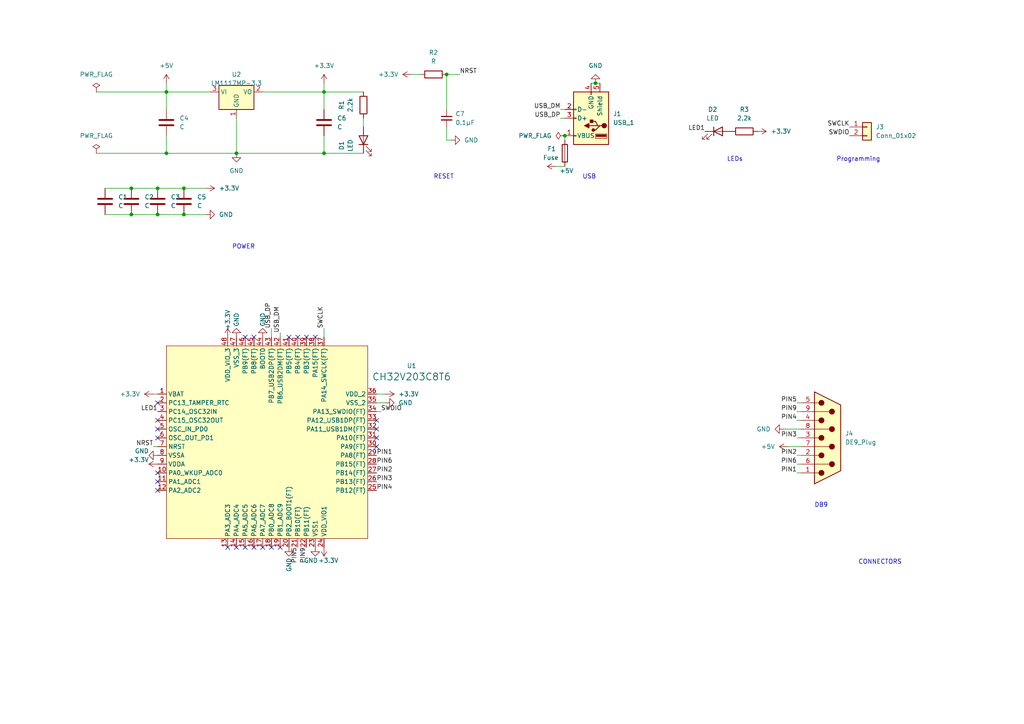
<source format=kicad_sch>
(kicad_sch (version 20231120) (generator "eeschema") (generator_version "8.0")
  (paper "A4")
  (lib_symbols
    (symbol "CH32V203:CH32V203C8T6"
      (property "Reference" "U" (at 1.27 -1.27 0))
      (property "Value" "CH32V203C8T6" (at 29.21 26.67 0))
      (symbol "CH32V203C8T6_0_1"
        (rectangle (start 0 0) (end 58.42 55.88) (fill (type background)))
      )
      (symbol "CH32V203C8T6_1_1"
        (pin power_in line (at -2.54 41.91 0) (length 2.54) (name "VBAT") (number "1"))
        (pin bidirectional line (at -2.54 19.05 0) (length 2.54) (name "PA0_WKUP_ADC0") (number "10"))
        (pin bidirectional line (at -2.54 16.51 0) (length 2.54) (name "PA1_ADC1") (number "11"))
        (pin bidirectional line (at -2.54 13.97 0) (length 2.54) (name "PA2_ADC2") (number "12"))
        (pin bidirectional line (at 17.78 -2.54 90) (length 2.54) (name "PA3_ADC3") (number "13"))
        (pin bidirectional line (at 20.32 -2.54 90) (length 2.54) (name "PA4_ADC4") (number "14"))
        (pin bidirectional line (at 22.86 -2.54 90) (length 2.54) (name "PA5_ADC5") (number "15"))
        (pin bidirectional line (at 25.4 -2.54 90) (length 2.54) (name "PA6_ADC6") (number "16"))
        (pin bidirectional line (at 27.94 -2.54 90) (length 2.54) (name "PA7_ADC7") (number "17"))
        (pin bidirectional line (at 30.48 -2.54 90) (length 2.54) (name "PB0_ADC8") (number "18"))
        (pin bidirectional line (at 33.02 -2.54 90) (length 2.54) (name "PB1_ADC9") (number "19"))
        (pin bidirectional line (at -2.54 39.37 0) (length 2.54) (name "PC13_TAMPER_RTC") (number "2"))
        (pin bidirectional line (at 35.56 -2.54 90) (length 2.54) (name "PB2_BOOT1(FT)") (number "20"))
        (pin bidirectional line (at 38.1 -2.54 90) (length 2.54) (name "PB10(FT)") (number "21"))
        (pin bidirectional line (at 40.64 -2.54 90) (length 2.54) (name "PB11(FT)") (number "22"))
        (pin power_in line (at 43.18 -2.54 90) (length 2.54) (name "VSS1") (number "23"))
        (pin power_in line (at 45.72 -2.54 90) (length 2.54) (name "VDD_VIO1") (number "24"))
        (pin bidirectional line (at 60.96 13.97 180) (length 2.54) (name "PB12(FT)") (number "25"))
        (pin bidirectional line (at 60.96 16.51 180) (length 2.54) (name "PB13(FT)") (number "26"))
        (pin bidirectional line (at 60.96 19.05 180) (length 2.54) (name "PB14(FT)") (number "27"))
        (pin bidirectional line (at 60.96 21.59 180) (length 2.54) (name "PB15(FT)") (number "28"))
        (pin bidirectional line (at 60.96 24.13 180) (length 2.54) (name "PA8(FT)") (number "29"))
        (pin bidirectional line (at -2.54 36.83 0) (length 2.54) (name "PC14_OSC32IN") (number "3"))
        (pin bidirectional line (at 60.96 26.67 180) (length 2.54) (name "PA9(FT)") (number "30"))
        (pin bidirectional line (at 60.96 29.21 180) (length 2.54) (name "PA10(FT)") (number "31"))
        (pin bidirectional line (at 60.96 31.75 180) (length 2.54) (name "PA11_USB1DM(FT)") (number "32"))
        (pin bidirectional line (at 60.96 34.29 180) (length 2.54) (name "PA12_USB1DP(FT)") (number "33"))
        (pin bidirectional line (at 60.96 36.83 180) (length 2.54) (name "PA13_SWDIO(FT)") (number "34"))
        (pin power_in line (at 60.96 39.37 180) (length 2.54) (name "VSS_2") (number "35"))
        (pin power_in line (at 60.96 41.91 180) (length 2.54) (name "VDD_2") (number "36"))
        (pin bidirectional line (at 45.72 58.42 270) (length 2.54) (name "PA14_SWCLK(FT)") (number "37"))
        (pin bidirectional line (at 43.18 58.42 270) (length 2.54) (name "PA15(FT)") (number "38"))
        (pin bidirectional line (at 40.64 58.42 270) (length 2.54) (name "PB3(FT)") (number "39"))
        (pin bidirectional line (at -2.54 34.29 0) (length 2.54) (name "PC15_OSC32OUT") (number "4"))
        (pin bidirectional line (at 38.1 58.42 270) (length 2.54) (name "PB4(FT)") (number "40"))
        (pin bidirectional line (at 35.56 58.42 270) (length 2.54) (name "PB5(FT)") (number "41"))
        (pin bidirectional line (at 33.02 58.42 270) (length 2.54) (name "PB6_USB2DM(FT)") (number "42"))
        (pin bidirectional line (at 30.48 58.42 270) (length 2.54) (name "PB7_USB2DP(FT)") (number "43"))
        (pin bidirectional line (at 27.94 58.42 270) (length 2.54) (name "BOOT0") (number "44"))
        (pin bidirectional line (at 25.4 58.42 270) (length 2.54) (name "PB8(FT)") (number "45"))
        (pin bidirectional line (at 22.86 58.42 270) (length 2.54) (name "PB9(FT)") (number "46"))
        (pin power_in line (at 20.32 58.42 270) (length 2.54) (name "VSS_3") (number "47"))
        (pin power_in line (at 17.78 58.42 270) (length 2.54) (name "VDD_VIO_3") (number "48"))
        (pin bidirectional line (at -2.54 31.75 0) (length 2.54) (name "OSC_IN_PD0") (number "5"))
        (pin bidirectional line (at -2.54 29.21 0) (length 2.54) (name "OSC_OUT_PD1") (number "6"))
        (pin bidirectional line (at -2.54 26.67 0) (length 2.54) (name "NRST") (number "7"))
        (pin power_in line (at -2.54 24.13 0) (length 2.54) (name "VSSA") (number "8"))
        (pin power_in line (at -2.54 21.59 0) (length 2.54) (name "VDDA") (number "9"))
      )
    )
    (symbol "Connector:DE9_Plug" (pin_names (offset 1.016) hide)
      (property "Reference" "J" (at 0 13.97 0))
      (property "Value" "DE9_Plug" (at 0 -14.605 0))
      (symbol "DE9_Plug_0_1"
        (circle (center -1.778 -10.16) (radius 0.762) (fill (type outline)))
        (circle (center -1.778 -5.08) (radius 0.762) (fill (type outline)))
        (circle (center -1.778 0) (radius 0.762) (fill (type outline)))
        (circle (center -1.778 5.08) (radius 0.762) (fill (type outline)))
        (circle (center -1.778 10.16) (radius 0.762) (fill (type outline)))
        (polyline (pts (xy -3.81 -10.16) (xy -2.54 -10.16)))
        (polyline (pts (xy -3.81 -7.62) (xy 0.508 -7.62)))
        (polyline (pts (xy -3.81 -5.08) (xy -2.54 -5.08)))
        (polyline (pts (xy -3.81 -2.54) (xy 0.508 -2.54)))
        (polyline (pts (xy -3.81 0) (xy -2.54 0)))
        (polyline (pts (xy -3.81 2.54) (xy 0.508 2.54)))
        (polyline (pts (xy -3.81 5.08) (xy -2.54 5.08)))
        (polyline (pts (xy -3.81 7.62) (xy 0.508 7.62)))
        (polyline (pts (xy -3.81 10.16) (xy -2.54 10.16)))
        (polyline (pts (xy -3.81 -13.335) (xy -3.81 13.335) (xy 3.81 9.525) (xy 3.81 -9.525) (xy -3.81 -13.335)) (stroke (width 0.254)) (fill (type background)))
        (circle (center 1.27 -7.62) (radius 0.762) (fill (type outline)))
        (circle (center 1.27 -2.54) (radius 0.762) (fill (type outline)))
        (circle (center 1.27 2.54) (radius 0.762) (fill (type outline)))
        (circle (center 1.27 7.62) (radius 0.762) (fill (type outline)))
      )
      (symbol "DE9_Plug_1_1"
        (pin passive line (at -7.62 -10.16 0) (length 3.81) (name "1") (number "1"))
        (pin passive line (at -7.62 -5.08 0) (length 3.81) (name "2") (number "2"))
        (pin passive line (at -7.62 0 0) (length 3.81) (name "3") (number "3"))
        (pin passive line (at -7.62 5.08 0) (length 3.81) (name "4") (number "4"))
        (pin passive line (at -7.62 10.16 0) (length 3.81) (name "5") (number "5"))
        (pin passive line (at -7.62 -7.62 0) (length 3.81) (name "6") (number "6"))
        (pin passive line (at -7.62 -2.54 0) (length 3.81) (name "7") (number "7"))
        (pin passive line (at -7.62 2.54 0) (length 3.81) (name "8") (number "8"))
        (pin passive line (at -7.62 7.62 0) (length 3.81) (name "9") (number "9"))
      )
    )
    (symbol "Connector:USB_A" (pin_names (offset 1.016))
      (property "Reference" "J" (at -5.08 11.43 0))
      (property "Value" "USB_A" (at -5.08 8.89 0))
      (symbol "USB_A_0_1"
        (rectangle (start -5.08 -7.62) (end 5.08 7.62) (stroke (width 0.254)) (fill (type background)))
        (circle (center -3.81 2.159) (radius 0.635) (stroke (width 0.254)) (fill (type outline)))
        (rectangle (start -1.524 4.826) (end -4.318 5.334) (fill (type outline)))
        (rectangle (start -1.27 4.572) (end -4.572 5.842))
        (circle (center -0.635 3.429) (radius 0.381) (stroke (width 0.254)) (fill (type outline)))
        (rectangle (start -0.127 -7.62) (end 0.127 -6.858))
        (polyline (pts (xy -3.175 2.159) (xy -2.54 2.159) (xy -1.27 3.429) (xy -0.635 3.429)) (stroke (width 0.254)))
        (polyline (pts (xy -2.54 2.159) (xy -1.905 2.159) (xy -1.27 0.889) (xy 0 0.889)) (stroke (width 0.254)))
        (polyline (pts (xy 0.635 2.794) (xy 0.635 1.524) (xy 1.905 2.159) (xy 0.635 2.794)) (stroke (width 0.254)) (fill (type outline)))
        (rectangle (start 0.254 1.27) (end -0.508 0.508) (stroke (width 0.254)) (fill (type outline)))
        (rectangle (start 5.08 -2.667) (end 4.318 -2.413))
        (rectangle (start 5.08 -0.127) (end 4.318 0.127))
        (rectangle (start 5.08 4.953) (end 4.318 5.207))
      )
      (symbol "USB_A_1_1"
        (polyline (pts (xy -1.905 2.159) (xy 0.635 2.159)) (stroke (width 0.254)))
        (pin power_in line (at 7.62 5.08 180) (length 2.54) (name "VBUS") (number "1"))
        (pin bidirectional line (at 7.62 -2.54 180) (length 2.54) (name "D-") (number "2"))
        (pin bidirectional line (at 7.62 0 180) (length 2.54) (name "D+") (number "3"))
        (pin power_in line (at 0 -10.16 90) (length 2.54) (name "GND") (number "4"))
        (pin passive line (at -2.54 -10.16 90) (length 2.54) (name "Shield") (number "5"))
      )
    )
    (symbol "Connector_Generic:Conn_01x02" (pin_names (offset 1.016) hide)
      (property "Reference" "J" (at 0 2.54 0))
      (property "Value" "Conn_01x02" (at 0 -5.08 0))
      (symbol "Conn_01x02_1_1"
        (rectangle (start -1.27 -2.413) (end 0 -2.667) (stroke (width 0.1524)))
        (rectangle (start -1.27 0.127) (end 0 -0.127) (stroke (width 0.1524)))
        (rectangle (start -1.27 1.27) (end 1.27 -3.81) (stroke (width 0.254)) (fill (type background)))
        (pin passive line (at -5.08 0 0) (length 3.81) (name "Pin_1") (number "1"))
        (pin passive line (at -5.08 -2.54 0) (length 3.81) (name "Pin_2") (number "2"))
      )
    )
    (symbol "Device:C" (pin_numbers hide) (pin_names (offset 0.254))
      (property "Reference" "C" (at 0.635 2.54 0))
      (property "Value" "C" (at 0.635 -2.54 0))
      (symbol "C_0_1"
        (polyline (pts (xy -2.032 -0.762) (xy 2.032 -0.762)) (stroke (width 0.508)))
        (polyline (pts (xy -2.032 0.762) (xy 2.032 0.762)) (stroke (width 0.508)))
      )
      (symbol "C_1_1"
        (pin passive line (at 0 3.81 270) (length 2.794) (name "~") (number "1"))
        (pin passive line (at 0 -3.81 90) (length 2.794) (name "~") (number "2"))
      )
    )
    (symbol "Device:C_Small" (pin_numbers hide) (pin_names (offset 0.254) hide)
      (property "Reference" "C" (at 0.254 1.778 0))
      (property "Value" "C_Small" (at 0.254 -2.032 0))
      (symbol "C_Small_0_1"
        (polyline (pts (xy -1.524 -0.508) (xy 1.524 -0.508)) (stroke (width 0.3302)))
        (polyline (pts (xy -1.524 0.508) (xy 1.524 0.508)) (stroke (width 0.3048)))
      )
      (symbol "C_Small_1_1"
        (pin passive line (at 0 2.54 270) (length 2.032) (name "~") (number "1"))
        (pin passive line (at 0 -2.54 90) (length 2.032) (name "~") (number "2"))
      )
    )
    (symbol "Device:Fuse" (pin_numbers hide) (pin_names (offset 0))
      (property "Reference" "F" (at 2.032 0 90))
      (property "Value" "Fuse" (at -1.905 0 90))
      (symbol "Fuse_0_1"
        (rectangle (start -0.762 -2.54) (end 0.762 2.54) (stroke (width 0.254)))
        (polyline (pts (xy 0 2.54) (xy 0 -2.54)))
      )
      (symbol "Fuse_1_1"
        (pin passive line (at 0 3.81 270) (length 1.27) (name "~") (number "1"))
        (pin passive line (at 0 -3.81 90) (length 1.27) (name "~") (number "2"))
      )
    )
    (symbol "Device:LED" (pin_numbers hide) (pin_names (offset 1.016) hide)
      (property "Reference" "D" (at 0 2.54 0))
      (property "Value" "LED" (at 0 -2.54 0))
      (symbol "LED_0_1"
        (polyline (pts (xy -1.27 -1.27) (xy -1.27 1.27)) (stroke (width 0.254)))
        (polyline (pts (xy -1.27 0) (xy 1.27 0)))
        (polyline (pts (xy 1.27 -1.27) (xy 1.27 1.27) (xy -1.27 0) (xy 1.27 -1.27)) (stroke (width 0.254)))
        (polyline (pts (xy -3.048 -0.762) (xy -4.572 -2.286) (xy -3.81 -2.286) (xy -4.572 -2.286) (xy -4.572 -1.524)))
        (polyline (pts (xy -1.778 -0.762) (xy -3.302 -2.286) (xy -2.54 -2.286) (xy -3.302 -2.286) (xy -3.302 -1.524)))
      )
      (symbol "LED_1_1"
        (pin passive line (at -3.81 0 0) (length 2.54) (name "K") (number "1"))
        (pin passive line (at 3.81 0 180) (length 2.54) (name "A") (number "2"))
      )
    )
    (symbol "Device:R" (pin_numbers hide) (pin_names (offset 0))
      (property "Reference" "R" (at 2.032 0 90))
      (property "Value" "R" (at 0 0 90))
      (symbol "R_0_1"
        (rectangle (start -1.016 -2.54) (end 1.016 2.54) (stroke (width 0.254)))
      )
      (symbol "R_1_1"
        (pin passive line (at 0 3.81 270) (length 1.27) (name "~") (number "1"))
        (pin passive line (at 0 -3.81 90) (length 1.27) (name "~") (number "2"))
      )
    )
    (symbol "PWR_FLAG_1" (power) (pin_numbers hide) (pin_names (offset 0) hide)
      (property "Value" "PWR_FLAG" (at 0 3.81 0))
      (symbol "PWR_FLAG_1_0_0"
        (pin power_out line (at 0 0 90) (length 0) (name "~") (number "1"))
      )
      (symbol "PWR_FLAG_1_0_1"
        (polyline (pts (xy 0 0) (xy 0 1.27) (xy -1.016 1.905) (xy 0 2.54) (xy 1.016 1.905) (xy 0 1.27)))
      )
    )
    (symbol "PWR_FLAG_2" (power) (pin_numbers hide) (pin_names (offset 0) hide)
      (property "Value" "PWR_FLAG" (at 0 3.81 0))
      (symbol "PWR_FLAG_2_0_0"
        (pin power_out line (at 0 0 90) (length 0) (name "~") (number "1"))
      )
      (symbol "PWR_FLAG_2_0_1"
        (polyline (pts (xy 0 0) (xy 0 1.27) (xy -1.016 1.905) (xy 0 2.54) (xy 1.016 1.905) (xy 0 1.27)))
      )
    )
    (symbol "Regulator_Linear:LM1117MP-3.3"
      (property "Reference" "U" (at -3.81 3.175 0))
      (property "Value" "LM1117MP-3.3" (at 0 3.175 0))
      (symbol "LM1117MP-3.3_0_1"
        (rectangle (start -5.08 -5.08) (end 5.08 1.905) (stroke (width 0.254)) (fill (type background)))
      )
      (symbol "LM1117MP-3.3_1_1"
        (pin power_in line (at 0 -7.62 90) (length 2.54) (name "GND") (number "1"))
        (pin power_out line (at 7.62 0 180) (length 2.54) (name "VO") (number "2"))
        (pin power_in line (at -7.62 0 0) (length 2.54) (name "VI") (number "3"))
      )
    )
    (symbol "power:+3.3V" (power) (pin_names (offset 0))
      (property "Value" "+3.3V" (at 0 3.556 0))
      (symbol "+3.3V_0_1"
        (polyline (pts (xy -0.762 1.27) (xy 0 2.54)))
        (polyline (pts (xy 0 0) (xy 0 2.54)))
        (polyline (pts (xy 0 2.54) (xy 0.762 1.27)))
      )
      (symbol "+3.3V_1_1"
        (pin power_in line (at 0 0 90) (length 0) hide (name "+3.3V") (number "1"))
      )
    )
    (symbol "power:+5V" (power) (pin_names (offset 0))
      (property "Value" "+5V" (at 0 3.556 0))
      (symbol "+5V_0_1"
        (polyline (pts (xy -0.762 1.27) (xy 0 2.54)))
        (polyline (pts (xy 0 0) (xy 0 2.54)))
        (polyline (pts (xy 0 2.54) (xy 0.762 1.27)))
      )
      (symbol "+5V_1_1"
        (pin power_in line (at 0 0 90) (length 0) hide (name "+5V") (number "1"))
      )
    )
    (symbol "power:GND" (power) (pin_names (offset 0))
      (property "Value" "GND" (at 0 -3.81 0))
      (symbol "GND_0_1"
        (polyline (pts (xy 0 0) (xy 0 -1.27) (xy 1.27 -1.27) (xy 0 -2.54) (xy -1.27 -1.27) (xy 0 -1.27)))
      )
      (symbol "GND_1_1"
        (pin power_in line (at 0 0 270) (length 0) hide (name "GND") (number "1"))
      )
    )
    (symbol "power:PWR_FLAG" (power) (pin_numbers hide) (pin_names (offset 0) hide)
      (property "Value" "PWR_FLAG" (at 0 3.81 0))
      (symbol "PWR_FLAG_0_0"
        (pin power_out line (at 0 0 90) (length 0) (name "pwr") (number "1"))
      )
      (symbol "PWR_FLAG_0_1"
        (polyline (pts (xy 0 0) (xy 0 1.27) (xy -1.016 1.905) (xy 0 2.54) (xy 1.016 1.905) (xy 0 1.27)))
      )
    )
  )
  (junction (at 93.98 44.45))
  (junction (at 48.26 26.67))
  (junction (at 129.54 21.59))
  (junction (at 38.1 62.23))
  (junction (at 93.98 26.67))
  (junction (at 38.1 54.61))
  (junction (at 68.58 44.45))
  (junction (at 45.72 54.61))
  (junction (at 45.72 62.23))
  (junction (at 53.34 54.61))
  (junction (at 163.83 39.37))
  (junction (at 53.34 62.23))
  (junction (at 48.26 44.45))
  (junction (at 172.72 24.13))
  (no_connect (at 66.04 158.75))
  (no_connect (at 45.72 142.24))
  (no_connect (at 86.36 97.79))
  (no_connect (at 109.22 129.54))
  (no_connect (at 45.72 127))
  (no_connect (at 76.2 158.75))
  (no_connect (at 45.72 116.84))
  (no_connect (at 71.12 97.79))
  (no_connect (at 109.22 121.92))
  (no_connect (at 109.22 124.46))
  (no_connect (at 78.74 158.75))
  (no_connect (at 109.22 127))
  (no_connect (at 73.66 158.75))
  (no_connect (at 45.72 139.7))
  (no_connect (at 45.72 124.46))
  (no_connect (at 45.72 137.16))
  (no_connect (at 88.9 97.79))
  (no_connect (at 68.58 158.75))
  (no_connect (at 45.72 121.92))
  (no_connect (at 71.12 158.75))
  (no_connect (at 83.82 97.79))
  (no_connect (at 91.44 97.79))
  (no_connect (at 81.28 158.75))
  (no_connect (at 73.66 97.79))
  (wire (pts (xy 38.1 54.61) (xy 45.72 54.61)))
  (wire (pts (xy 163.83 48.26) (xy 161.29 48.26)))
  (wire (pts (xy 109.22 119.38) (xy 110.49 119.38)))
  (wire (pts (xy 227.33 124.46) (xy 232.41 124.46)))
  (wire (pts (xy 44.45 114.3) (xy 45.72 114.3)))
  (wire (pts (xy 105.41 36.83) (xy 105.41 34.29)))
  (wire (pts (xy 93.98 26.67) (xy 93.98 31.75)) (stroke (width 0.1524)))
  (wire (pts (xy 172.72 24.13) (xy 171.45 24.13)))
  (wire (pts (xy 109.22 114.3) (xy 111.76 114.3)))
  (wire (pts (xy 130.81 40.64) (xy 129.54 40.64)))
  (wire (pts (xy 45.72 62.23) (xy 53.34 62.23)))
  (wire (pts (xy 162.56 34.29) (xy 163.83 34.29)))
  (wire (pts (xy 78.74 95.25) (xy 78.74 97.79)))
  (wire (pts (xy 68.58 44.45) (xy 68.58 34.29)) (stroke (width 0.1524)))
  (wire (pts (xy 27.94 26.67) (xy 48.26 26.67)) (stroke (width 0.1524)))
  (wire (pts (xy 68.58 44.45) (xy 48.26 44.45)) (stroke (width 0.1524)))
  (wire (pts (xy 44.45 129.54) (xy 45.72 129.54)))
  (wire (pts (xy 231.14 127) (xy 232.41 127)))
  (wire (pts (xy 68.58 44.45) (xy 93.98 44.45)) (stroke (width 0.1524)))
  (wire (pts (xy 129.54 21.59) (xy 133.35 21.59)))
  (wire (pts (xy 93.98 26.67) (xy 105.41 26.67)))
  (wire (pts (xy 129.54 36.83) (xy 129.54 40.64)))
  (wire (pts (xy 162.56 31.75) (xy 163.83 31.75)))
  (wire (pts (xy 163.83 40.64) (xy 163.83 39.37)))
  (wire (pts (xy 93.98 24.13) (xy 93.98 26.67)))
  (wire (pts (xy 30.48 54.61) (xy 38.1 54.61)))
  (wire (pts (xy 231.14 119.38) (xy 232.41 119.38)))
  (wire (pts (xy 228.6 129.54) (xy 232.41 129.54)))
  (wire (pts (xy 231.14 116.84) (xy 232.41 116.84)))
  (wire (pts (xy 109.22 116.84) (xy 111.76 116.84)))
  (wire (pts (xy 53.34 62.23) (xy 59.69 62.23)))
  (wire (pts (xy 119.38 21.59) (xy 121.92 21.59)))
  (wire (pts (xy 27.94 44.45) (xy 48.26 44.45)) (stroke (width 0.1524)))
  (wire (pts (xy 231.14 121.92) (xy 232.41 121.92)))
  (wire (pts (xy 81.28 96.52) (xy 81.28 97.79)))
  (wire (pts (xy 48.26 24.13) (xy 48.26 26.67)))
  (wire (pts (xy 93.98 95.25) (xy 93.98 97.79)))
  (wire (pts (xy 48.26 39.37) (xy 48.26 44.45)) (stroke (width 0.1524)))
  (wire (pts (xy 30.48 62.23) (xy 38.1 62.23)))
  (wire (pts (xy 231.14 134.62) (xy 232.41 134.62)))
  (wire (pts (xy 231.14 132.08) (xy 232.41 132.08)))
  (wire (pts (xy 48.26 26.67) (xy 48.26 31.75)) (stroke (width 0.1524)))
  (wire (pts (xy 38.1 62.23) (xy 45.72 62.23)))
  (wire (pts (xy 60.96 26.67) (xy 48.26 26.67)) (stroke (width 0.1524)))
  (wire (pts (xy 93.98 44.45) (xy 105.41 44.45)) (stroke (width 0.1524)))
  (wire (pts (xy 129.54 21.59) (xy 129.54 31.75)))
  (wire (pts (xy 76.2 26.67) (xy 93.98 26.67)))
  (wire (pts (xy 45.72 54.61) (xy 53.34 54.61)))
  (wire (pts (xy 231.14 137.16) (xy 232.41 137.16)))
  (wire (pts (xy 53.34 54.61) (xy 59.69 54.61)))
  (wire (pts (xy 173.99 24.13) (xy 172.72 24.13)))
  (wire (pts (xy 93.98 39.37) (xy 93.98 44.45)) (stroke (width 0.1524)))
  (text "LEDs\n" (at 210.82 46.99 0) (effects (font (size 1.27 1.27)) (justify left bottom)))
  (text "Programming\n" (at 242.57 46.99 0) (effects (font (size 1.27 1.27)) (justify left bottom)))
  (text "USB\n" (at 168.91 52.07 0) (effects (font (size 1.27 1.27)) (justify left bottom)))
  (text "CONNECTORS\n" (at 248.92 163.83 0) (effects (font (size 1.27 1.27)) (justify left bottom)))
  (text "DB9" (at 236.22 147.32 0) (effects (font (size 1.27 1.27)) (justify left bottom)))
  (text "POWER\n" (at 67.31 72.39 0) (effects (font (size 1.27 1.27)) (justify left bottom)))
  (text "RESET" (at 125.73 52.07 0) (effects (font (size 1.27 1.27)) (justify left bottom)))
  (label "PIN1" (at 109.22 132.08 0))
  (label "SWDIO" (at 246.38 39.37 180))
  (label "NRST" (at 133.35 21.59 0))
  (label "PIN3" (at 109.22 139.7 0))
  (label "SWCLK" (at 93.98 95.25 90))
  (label "LED1" (at 45.72 119.38 180))
  (label "NRST" (at 44.45 129.54 180))
  (label "PIN5" (at 231.14 116.84 180))
  (label "PIN2" (at 231.14 132.08 180))
  (label "PIN4" (at 231.14 121.92 180))
  (label "PIN6" (at 109.22 134.62 0))
  (label "PIN1" (at 231.14 137.16 180))
  (label "PIN4" (at 109.22 142.24 0))
  (label "PIN2" (at 109.22 137.16 0))
  (label "SWDIO" (at 110.49 119.38 0))
  (label "SWCLK" (at 246.38 36.83 180))
  (label "PIN5" (at 86.36 158.75 270))
  (label "PIN3" (at 231.14 127 180))
  (label "USB_DM" (at 81.28 96.52 90))
  (label "PIN6" (at 231.14 134.62 180))
  (label "USB_DP" (at 162.56 34.29 180))
  (label "PIN9" (at 88.9 158.75 270))
  (label "USB_DM" (at 162.56 31.75 180))
  (label "LED1" (at 204.47 38.1 180))
  (label "USB_DP" (at 78.74 95.25 90))
  (label "PIN9" (at 231.14 119.38 180))
  (symbol (lib_id "Device:Fuse") (at 163.83 44.45 0) (unit 1)
    (property "Reference" "F1" (at 158.75 43.18 0) (effects (justify left)))
    (property "Value" "Fuse" (at 157.48 45.72 0) (effects (justify left)))
    (property "Footprint" "Fuse:Fuse_1206_3216Metric_Pad1.42x1.75mm_HandSolder" (effects (hide yes)))
  )
  (symbol (lib_id "power:+5V") (at 48.26 24.13 0) (unit 1)
    (property "Reference" "#PWR04" (effects (hide yes)))
    (property "Value" "+5V" (at 48.26 19.05 0))
  )
  (symbol (lib_id "power:+5V") (at 228.6 129.54 90) (unit 1)
    (property "Reference" "#PWR025" (effects (hide yes)))
    (property "Value" "+5V" (at 224.79 129.54 90) (effects (justify left)))
  )
  (symbol (lib_id "Device:C") (at 53.34 58.42 0) (unit 1)
    (property "Reference" "C5" (at 57.15 57.15 0) (effects (justify left)))
    (property "Value" "C" (at 57.15 59.69 0) (effects (justify left)))
    (property "Footprint" "Capacitor_SMD:C_0603_1608Metric_Pad1.08x0.95mm_HandSolder" (effects (hide yes)))
  )
  (symbol (lib_id "Connector_Generic:Conn_01x02") (at 251.46 36.83 0) (unit 1)
    (property "Reference" "J3" (at 254 36.83 0) (effects (justify left)))
    (property "Value" "Conn_01x02" (at 254 39.37 0) (effects (justify left)))
    (property "Footprint" "Connector_PinHeader_2.54mm:PinHeader_1x02_P2.54mm_Vertical" (effects (hide yes)))
  )
  (symbol (lib_id "power:+3.3V") (at 66.04 97.79 0) (unit 1)
    (property "Reference" "#PWR07" (effects (hide yes)))
    (property "Value" "+3.3V" (at 66.04 92.71 90))
  )
  (symbol (lib_id "Device:C") (at 38.1 58.42 0) (unit 1)
    (property "Reference" "C2" (at 41.91 57.15 0) (effects (justify left)))
    (property "Value" "C" (at 41.91 59.69 0) (effects (justify left)))
    (property "Footprint" "Capacitor_SMD:C_0603_1608Metric_Pad1.08x0.95mm_HandSolder" (effects (hide yes)))
  )
  (symbol (lib_id "Regulator_Linear:LM1117MP-3.3") (at 68.58 26.67 0) (unit 1)
    (property "Reference" "U2" (at 68.58 21.59 0))
    (property "Value" "LM1117MP-3.3" (at 68.58 24.13 0))
    (property "Footprint" "Package_TO_SOT_SMD:SOT-89-3" (effects (hide yes)))
    (property "Datasheet" "http://www.ti.com/lit/ds/symlink/lm1117.pdf" (effects (hide yes)))
  )
  (symbol (lib_id "Device:R") (at 105.41 30.48 180) (unit 1)
    (property "Reference" "R1" (at 99.06 30.48 90))
    (property "Value" "2.2k" (at 101.6 30.48 90))
    (property "Footprint" "Resistor_SMD:R_0603_1608Metric_Pad0.98x0.95mm_HandSolder" (effects (hide yes)))
  )
  (symbol (lib_id "power:+3.3V") (at 59.69 54.61 270) (unit 1)
    (property "Reference" "#PWR05" (effects (hide yes)))
    (property "Value" "+3.3V" (at 63.5 54.61 90) (effects (justify left)))
  )
  (symbol (lib_id "power:+3.3V") (at 45.72 134.62 90) (unit 1)
    (property "Reference" "#PWR03" (effects (hide yes)))
    (property "Value" "+3.3V" (at 43.18 133.35 90) (effects (justify left)))
  )
  (symbol (lib_id "power:GND") (at 59.69 62.23 90) (unit 1)
    (property "Reference" "#PWR06" (effects (hide yes)))
    (property "Value" "GND" (at 63.5 62.23 90) (effects (justify right)))
  )
  (symbol (lib_id "Device:LED") (at 105.41 40.64 90) (unit 1)
    (property "Reference" "D1" (at 99.06 42.2275 0))
    (property "Value" "LED" (at 101.6 42.2275 0))
    (property "Footprint" "LED_SMD:LED_0805_2012Metric_Pad1.15x1.40mm_HandSolder" (effects (hide yes)))
  )
  (symbol (lib_id "power:+3.3V") (at 119.38 21.59 90) (unit 1)
    (property "Reference" "#PWR017" (effects (hide yes)))
    (property "Value" "+3.3V" (at 115.57 21.59 90) (effects (justify left)))
  )
  (symbol (lib_id "power:+3.3V") (at 44.45 114.3 90) (unit 1)
    (property "Reference" "#PWR01" (effects (hide yes)))
    (property "Value" "+3.3V" (at 40.64 114.3 90) (effects (justify left)))
  )
  (symbol (lib_id "power:PWR_FLAG") (at 163.83 39.37 90) (unit 1)
    (property "Reference" "#FLG03" (effects (hide yes)))
    (property "Value" "PWR_FLAG" (at 160.02 39.37 90) (effects (justify left)))
  )
  (symbol (lib_id "power:GND") (at 172.72 24.13 180) (unit 1)
    (property "Reference" "#PWR020" (effects (hide yes)))
    (property "Value" "GND" (at 172.72 19.05 0))
  )
  (symbol (lib_id "Device:C") (at 93.98 35.56 0) (unit 1)
    (property "Reference" "C6" (at 97.79 34.29 0) (effects (justify left)))
    (property "Value" "C" (at 97.79 36.83 0) (effects (justify left)))
    (property "Footprint" "Capacitor_SMD:C_0603_1608Metric_Pad1.08x0.95mm_HandSolder" (effects (hide yes)))
  )
  (symbol (lib_id "power:+3.3V") (at 93.98 24.13 0) (unit 1)
    (property "Reference" "#PWR013" (effects (hide yes)))
    (property "Value" "+3.3V" (at 93.98 19.05 0))
  )
  (symbol (lib_id "power:+3.3V") (at 219.71 38.1 270) (unit 1)
    (property "Reference" "#PWR021" (effects (hide yes)))
    (property "Value" "+3.3V" (at 223.52 38.1 90) (effects (justify left)))
  )
  (symbol (lib_id "power:+3.3V") (at 93.98 158.75 180) (unit 1)
    (property "Reference" "#PWR014" (effects (hide yes)))
    (property "Value" "+3.3V" (at 95.25 162.56 0))
  )
  (symbol (lib_id "CH32V203:CH32V203C8T6") (at 48.26 156.21 0) (unit 1)
    (property "Reference" "U1" (at 119.38 106.1019 0))
    (property "Value" "CH32V203C8T6" (at 119.38 109.2768 0) (effects (font (size 2 2))))
    (property "Footprint" "Package_QFP:LQFP-48_7x7mm_P0.5mm" (effects (hide yes)))
  )
  (symbol (lib_id "Connector:USB_A") (at 171.45 34.29 180) (unit 1)
    (property "Reference" "J1" (at 177.8 33.02 0) (effects (justify right)))
    (property "Value" "USB_1" (at 177.8 35.56 0) (effects (justify right)))
    (property "Footprint" "Connector_USB:USB_A_CONNFLY_DS1095-WNR0" (effects (hide yes)))
    (property "Datasheet" " ~" (effects (hide yes)))
  )
  (symbol (lib_id "power:GND") (at 68.58 44.45 0) (unit 1)
    (property "Reference" "#PWR08" (effects (hide yes)))
    (property "Value" "GND" (at 68.58 49.53 0))
  )
  (symbol (lib_id "Device:LED") (at 208.28 38.1 0) (unit 1)
    (property "Reference" "D2" (at 206.6925 31.75 0))
    (property "Value" "LED" (at 206.6925 34.29 0))
    (property "Footprint" "LED_SMD:LED_0805_2012Metric_Pad1.15x1.40mm_HandSolder" (effects (hide yes)))
  )
  (symbol (lib_id "Device:C") (at 48.26 35.56 0) (unit 1)
    (property "Reference" "C4" (at 52.07 34.29 0) (effects (justify left)))
    (property "Value" "C" (at 52.07 36.83 0) (effects (justify left)))
    (property "Footprint" "Capacitor_SMD:C_0603_1608Metric_Pad1.08x0.95mm_HandSolder" (effects (hide yes)))
  )
  (symbol (lib_id "power:GND") (at 83.82 158.75 0) (unit 1)
    (property "Reference" "#PWR011" (effects (hide yes)))
    (property "Value" "GND" (at 83.82 163.83 90))
  )
  (symbol (lib_id "power:+3.3V") (at 111.76 114.3 270) (unit 1)
    (property "Reference" "#PWR015" (effects (hide yes)))
    (property "Value" "+3.3V" (at 115.57 114.3 90) (effects (justify left)))
  )
  (symbol (lib_id "power:GND") (at 68.58 97.79 180) (unit 1)
    (property "Reference" "#PWR09" (effects (hide yes)))
    (property "Value" "GND" (at 68.58 92.71 90))
  )
  (symbol (lib_name "PWR_FLAG_2") (lib_id "power:PWR_FLAG") (at 27.94 44.45 0) (unit 1)
    (property "Reference" "#FLG02" (effects (hide yes)))
    (property "Value" "PWR_FLAG" (at 27.94 39.37 0))
    (property "Description" "Special symbol for telling ERC where power comes from" (effects (hide yes)))
  )
  (symbol (lib_id "power:GND") (at 91.44 158.75 0) (unit 1)
    (property "Reference" "#PWR012" (effects (hide yes)))
    (property "Value" "GND" (at 90.17 162.56 0))
  )
  (symbol (lib_id "Device:C") (at 45.72 58.42 0) (unit 1)
    (property "Reference" "C3" (at 49.53 57.15 0) (effects (justify left)))
    (property "Value" "C" (at 49.53 59.69 0) (effects (justify left)))
    (property "Footprint" "Capacitor_SMD:C_0603_1608Metric_Pad1.08x0.95mm_HandSolder" (effects (hide yes)))
  )
  (symbol (lib_id "power:GND") (at 45.72 132.08 270) (unit 1)
    (property "Reference" "#PWR02" (effects (hide yes)))
    (property "Value" "GND" (at 43.18 130.81 90) (effects (justify right)))
  )
  (symbol (lib_id "power:+5V") (at 161.29 48.26 90) (unit 1)
    (property "Reference" "#PWR019" (effects (hide yes)))
    (property "Value" "+5V" (at 166.37 49.53 90) (effects (justify left)))
  )
  (symbol (lib_id "power:GND") (at 227.33 124.46 270) (unit 1)
    (property "Reference" "#PWR024" (effects (hide yes)))
    (property "Value" "GND" (at 223.52 124.46 90) (effects (justify right)))
  )
  (symbol (lib_id "Device:R") (at 125.73 21.59 90) (unit 1)
    (property "Reference" "R2" (at 125.73 15.24 90))
    (property "Value" "R" (at 125.73 17.78 90))
    (property "Footprint" "Resistor_SMD:R_0603_1608Metric_Pad0.98x0.95mm_HandSolder" (effects (hide yes)))
  )
  (symbol (lib_name "PWR_FLAG_1") (lib_id "power:PWR_FLAG") (at 27.94 26.67 0) (unit 1)
    (property "Reference" "#FLG01" (effects (hide yes)))
    (property "Value" "PWR_FLAG" (at 27.94 21.59 0))
    (property "Description" "Special symbol for telling ERC where power comes from" (effects (hide yes)))
  )
  (symbol (lib_id "power:GND") (at 130.81 40.64 90) (unit 1)
    (property "Reference" "#PWR018" (effects (hide yes)))
    (property "Value" "GND" (at 134.62 40.64 90) (effects (justify right)))
  )
  (symbol (lib_id "power:GND") (at 76.2 97.79 180) (unit 1)
    (property "Reference" "#PWR010" (effects (hide yes)))
    (property "Value" "GND" (at 76.2 92.71 90))
  )
  (symbol (lib_id "Device:R") (at 215.9 38.1 90) (unit 1)
    (property "Reference" "R3" (at 215.9 31.75 90))
    (property "Value" "2.2k" (at 215.9 34.29 90))
    (property "Footprint" "Resistor_SMD:R_0603_1608Metric_Pad0.98x0.95mm_HandSolder" (effects (hide yes)))
  )
  (symbol (lib_id "Connector:DE9_Plug") (at 240.03 127 0) (unit 1)
    (property "Reference" "J4" (at 245.11 125.73 0) (effects (justify left)))
    (property "Value" "DE9_Plug" (at 245.11 128.27 0) (effects (justify left)))
    (property "Footprint" "Connector_Dsub:DSUB-9_Female_EdgeMount_P2.77mm" (effects (hide yes)))
    (property "Datasheet" " ~" (effects (hide yes)))
  )
  (symbol (lib_id "Device:C") (at 30.48 58.42 0) (unit 1)
    (property "Reference" "C1" (at 34.29 57.15 0) (effects (justify left)))
    (property "Value" "C" (at 34.29 59.69 0) (effects (justify left)))
    (property "Footprint" "Capacitor_SMD:C_0603_1608Metric_Pad1.08x0.95mm_HandSolder" (effects (hide yes)))
  )
  (symbol (lib_id "power:GND") (at 111.76 116.84 90) (unit 1)
    (property "Reference" "#PWR016" (effects (hide yes)))
    (property "Value" "GND" (at 115.57 116.84 90) (effects (justify right)))
  )
  (symbol (lib_id "Device:C_Small") (at 129.54 34.29 0) (unit 1)
    (property "Reference" "C7" (at 132.08 33.02 0) (effects (justify left)))
    (property "Value" "0.1μF" (at 132.08 35.56 0) (effects (justify left)))
    (property "Footprint" "Capacitor_SMD:C_0603_1608Metric_Pad1.08x0.95mm_HandSolder" (effects (hide yes)))
    (property "LCSC" "C14663" (effects (hide yes)))
  )
)
</source>
